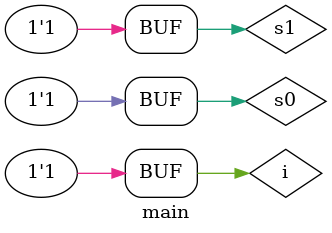
<source format=sv>
module demux(I, Y0, Y1, Y2, Y3, S1, S0);
  input I, S1, S0;
  output Y0, Y1, Y2, Y3;
  assign Y0 = ~S1&~S0&I;
  assign Y1 = ~S1&S0&I;
  assign Y2 = S1&~S0&I;
  assign Y3 = S1&S0&I;
endmodule

// Testbench
module main;
  reg i, s1, s0;
  reg [4:0]acc;
  wire y0, y1, y2, y3;
  
  demux demux_test(i, y0, y1, y2, y3, s1, s0);
  initial begin
    $display("I | S1 S0 | Y0 Y1 Y2 Y3");
    #5; {i, s1, s0} = 3'b100;
    $monitor("%b |  %b  %b |  %b  %b  %b  %b", i, s1, s0, y0, y1, y2, y3);
    #5; {i, s1, s0} = 3'b101;
    #5; {i, s1, s0} = 3'b110;
    #5; {i, s1, s0} = 3'b111;
  end
endmodule

// Output
// I | S1 S0 | Y0 Y1 Y2 Y3
// 1 |  0  0 |  1  0  0  0
// 1 |  0  1 |  0  1  0  0
// 1 |  1  0 |  0  0  1  0
// 1 |  1  1 |  0  0  0  1
// Done
</source>
